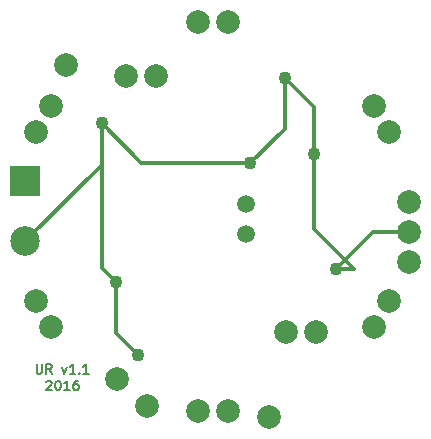
<source format=gtl>
G04 #@! TF.FileFunction,Copper,L1,Top,Signal*
%FSLAX46Y46*%
G04 Gerber Fmt 4.6, Leading zero omitted, Abs format (unit mm)*
G04 Created by KiCad (PCBNEW 4.0.4+dfsg1-stable) date Fri Dec 23 11:26:22 2016*
%MOMM*%
%LPD*%
G01*
G04 APERTURE LIST*
%ADD10C,0.100000*%
%ADD11C,0.200000*%
%ADD12C,2.000000*%
%ADD13C,1.500000*%
%ADD14R,2.500000X2.500000*%
%ADD15C,2.500000*%
%ADD16C,1.100000*%
%ADD17C,0.300000*%
G04 APERTURE END LIST*
D10*
D11*
X-14903176Y-12501705D02*
X-14903176Y-13149324D01*
X-14865081Y-13225514D01*
X-14826985Y-13263610D01*
X-14750795Y-13301705D01*
X-14598414Y-13301705D01*
X-14522223Y-13263610D01*
X-14484128Y-13225514D01*
X-14446033Y-13149324D01*
X-14446033Y-12501705D01*
X-13607938Y-13301705D02*
X-13874605Y-12920752D01*
X-14065081Y-13301705D02*
X-14065081Y-12501705D01*
X-13760319Y-12501705D01*
X-13684128Y-12539800D01*
X-13646033Y-12577895D01*
X-13607938Y-12654086D01*
X-13607938Y-12768371D01*
X-13646033Y-12844562D01*
X-13684128Y-12882657D01*
X-13760319Y-12920752D01*
X-14065081Y-12920752D01*
X-12731747Y-12768371D02*
X-12541271Y-13301705D01*
X-12350795Y-12768371D01*
X-11626985Y-13301705D02*
X-12084128Y-13301705D01*
X-11855557Y-13301705D02*
X-11855557Y-12501705D01*
X-11931747Y-12615990D01*
X-12007938Y-12692181D01*
X-12084128Y-12730276D01*
X-11284128Y-13225514D02*
X-11246033Y-13263610D01*
X-11284128Y-13301705D01*
X-11322223Y-13263610D01*
X-11284128Y-13225514D01*
X-11284128Y-13301705D01*
X-10484128Y-13301705D02*
X-10941271Y-13301705D01*
X-10712700Y-13301705D02*
X-10712700Y-12501705D01*
X-10788890Y-12615990D01*
X-10865081Y-12692181D01*
X-10941271Y-12730276D01*
X-14084129Y-13977895D02*
X-14046034Y-13939800D01*
X-13969843Y-13901705D01*
X-13779367Y-13901705D01*
X-13703177Y-13939800D01*
X-13665081Y-13977895D01*
X-13626986Y-14054086D01*
X-13626986Y-14130276D01*
X-13665081Y-14244562D01*
X-14122224Y-14701705D01*
X-13626986Y-14701705D01*
X-13131748Y-13901705D02*
X-13055557Y-13901705D01*
X-12979367Y-13939800D01*
X-12941272Y-13977895D01*
X-12903176Y-14054086D01*
X-12865081Y-14206467D01*
X-12865081Y-14396943D01*
X-12903176Y-14549324D01*
X-12941272Y-14625514D01*
X-12979367Y-14663610D01*
X-13055557Y-14701705D01*
X-13131748Y-14701705D01*
X-13207938Y-14663610D01*
X-13246034Y-14625514D01*
X-13284129Y-14549324D01*
X-13322224Y-14396943D01*
X-13322224Y-14206467D01*
X-13284129Y-14054086D01*
X-13246034Y-13977895D01*
X-13207938Y-13939800D01*
X-13131748Y-13901705D01*
X-12103176Y-14701705D02*
X-12560319Y-14701705D01*
X-12331748Y-14701705D02*
X-12331748Y-13901705D01*
X-12407938Y-14015990D01*
X-12484129Y-14092181D01*
X-12560319Y-14130276D01*
X-11417462Y-13901705D02*
X-11569843Y-13901705D01*
X-11646033Y-13939800D01*
X-11684128Y-13977895D01*
X-11760319Y-14092181D01*
X-11798414Y-14244562D01*
X-11798414Y-14549324D01*
X-11760319Y-14625514D01*
X-11722224Y-14663610D01*
X-11646033Y-14701705D01*
X-11493652Y-14701705D01*
X-11417462Y-14663610D01*
X-11379366Y-14625514D01*
X-11341271Y-14549324D01*
X-11341271Y-14358848D01*
X-11379366Y-14282657D01*
X-11417462Y-14244562D01*
X-11493652Y-14206467D01*
X-11646033Y-14206467D01*
X-11722224Y-14244562D01*
X-11760319Y-14282657D01*
X-11798414Y-14358848D01*
D12*
X-12446000Y12827000D03*
X-14922500Y7155148D03*
X-13652500Y9354852D03*
D13*
X2857500Y1079500D03*
X2857500Y-1460500D03*
D14*
X-15875000Y2984500D03*
D15*
X-15875000Y-2095500D03*
D12*
X-1270000Y16446500D03*
X1270000Y16446500D03*
X-13652500Y-9354852D03*
X-14922500Y-7155148D03*
X1270000Y-16510000D03*
X-1270000Y-16510000D03*
X14922500Y-7155148D03*
X13652500Y-9354852D03*
X13652500Y9354852D03*
X14922500Y7155148D03*
X-7366000Y11874500D03*
X-4826000Y11874500D03*
X16637000Y-3873500D03*
X16637000Y-1333500D03*
X16637000Y1206500D03*
X8763000Y-9779000D03*
X6223000Y-9779000D03*
X4762500Y-16954500D03*
X-5524500Y-16065500D03*
X-8128000Y-13779500D03*
D16*
X-6286500Y-11747500D03*
X-8191500Y-5588000D03*
X6096000Y11747500D03*
X8572500Y5270500D03*
X10477500Y-4445000D03*
X3175000Y4508500D03*
X-9398000Y7874000D03*
D17*
X16637000Y-1333500D02*
X13589000Y-1333500D01*
X13589000Y-1333500D02*
X10477500Y-4445000D01*
X-9398000Y7874000D02*
X-9398000Y4381500D01*
X-9398000Y4381500D02*
X-15875000Y-2095500D01*
X-8191500Y-5588000D02*
X-8191500Y-9842500D01*
X-8191500Y-9842500D02*
X-6286500Y-11747500D01*
X-9398000Y7874000D02*
X-9398000Y-4381500D01*
X-9398000Y-4381500D02*
X-8191500Y-5588000D01*
X3175000Y4508500D02*
X-6032500Y4508500D01*
X-6032500Y4508500D02*
X-9398000Y7874000D01*
X6096000Y11747500D02*
X6096000Y7429500D01*
X6096000Y7429500D02*
X3175000Y4508500D01*
X8572500Y5270500D02*
X8572500Y9271000D01*
X8572500Y9271000D02*
X6096000Y11747500D01*
X10477500Y-4445000D02*
X11991340Y-4445000D01*
X11991340Y-4445000D02*
X8572500Y-1026160D01*
X8572500Y-1026160D02*
X8572500Y5270500D01*
X3111500Y4508500D02*
X3111500Y4445000D01*
X3175000Y4508500D02*
X3111500Y4508500D01*
X-9398000Y7874000D02*
X-9398000Y8001000D01*
M02*

</source>
